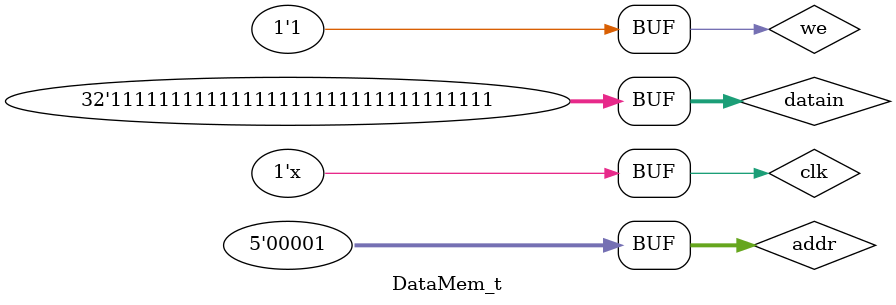
<source format=v>
`timescale 1ns / 1ps


module DataMem_t;

	// Inputs
	reg we;
	reg [4:0] addr;
	reg [31:0] datain;
	reg clk;

	// Outputs
	wire [31:0] dataout;

	// Instantiate the Unit Under Test (UUT)
	DataMem uut (
		.we(we), 
		.addr(addr), 
		.datain(datain), 
		.clk(clk), 
		.dataout(dataout)
	);

	initial begin
		// Initialize Inputs
		we = 0;
		addr = 0;
		datain = 0;
		clk = 0;

		// Wait 50 ns for global reset to finish
		#50;
        
		// Add stimulus here
		addr = 1;
		datain = 32'hffffffff;
		#50;
		we = 1;
	end
always #25 clk = ~clk;      
endmodule


</source>
